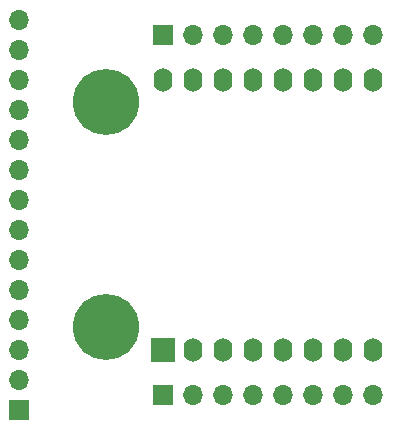
<source format=gts>
G04 #@! TF.GenerationSoftware,KiCad,Pcbnew,(5.1.10)-1*
G04 #@! TF.CreationDate,2021-09-27T00:24:43+02:00*
G04 #@! TF.ProjectId,ili9341,696c6939-3334-4312-9e6b-696361645f70,rev?*
G04 #@! TF.SameCoordinates,Original*
G04 #@! TF.FileFunction,Soldermask,Top*
G04 #@! TF.FilePolarity,Negative*
%FSLAX46Y46*%
G04 Gerber Fmt 4.6, Leading zero omitted, Abs format (unit mm)*
G04 Created by KiCad (PCBNEW (5.1.10)-1) date 2021-09-27 00:24:43*
%MOMM*%
%LPD*%
G01*
G04 APERTURE LIST*
%ADD10O,1.700000X1.700000*%
%ADD11R,1.700000X1.700000*%
%ADD12C,5.600000*%
%ADD13O,1.600000X2.000000*%
%ADD14R,2.000000X2.000000*%
G04 APERTURE END LIST*
D10*
X115062000Y-62230000D03*
X112522000Y-62230000D03*
X109982000Y-62230000D03*
X107442000Y-62230000D03*
X104902000Y-62230000D03*
X102362000Y-62230000D03*
X99822000Y-62230000D03*
D11*
X97282000Y-62230000D03*
D10*
X115062000Y-92710000D03*
X112522000Y-92710000D03*
X109982000Y-92710000D03*
X107442000Y-92710000D03*
X104902000Y-92710000D03*
X102362000Y-92710000D03*
X99822000Y-92710000D03*
D11*
X97282000Y-92710000D03*
D12*
X92456000Y-86995000D03*
X92456000Y-67945000D03*
D13*
X97282000Y-66040000D03*
X99822000Y-66040000D03*
X102362000Y-66040000D03*
X104902000Y-66040000D03*
X107442000Y-66040000D03*
X109982000Y-66040000D03*
X112522000Y-66040000D03*
X115062000Y-66040000D03*
X115062000Y-88900000D03*
X112522000Y-88900000D03*
X109982000Y-88900000D03*
X107442000Y-88900000D03*
X104902000Y-88900000D03*
X102362000Y-88900000D03*
D14*
X97282000Y-88900000D03*
D13*
X99822000Y-88900000D03*
D10*
X85090000Y-60960000D03*
X85090000Y-63500000D03*
X85090000Y-66040000D03*
X85090000Y-68580000D03*
X85090000Y-71120000D03*
X85090000Y-73660000D03*
X85090000Y-76200000D03*
X85090000Y-78740000D03*
X85090000Y-81280000D03*
X85090000Y-83820000D03*
X85090000Y-86360000D03*
X85090000Y-88900000D03*
X85090000Y-91440000D03*
D11*
X85090000Y-93980000D03*
M02*

</source>
